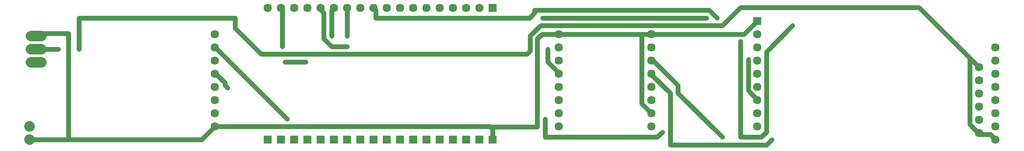
<source format=gbr>
G04 EAGLE Gerber RS-274X export*
G75*
%MOMM*%
%FSLAX34Y34*%
%LPD*%
%INTop Copper*%
%IPPOS*%
%AMOC8*
5,1,8,0,0,1.08239X$1,22.5*%
G01*
%ADD10R,1.616000X1.616000*%
%ADD11C,1.616000*%
%ADD12C,2.032000*%
%ADD13C,2.032000*%
%ADD14C,0.965200*%
%ADD15C,0.806400*%


D10*
X914400Y279400D03*
D11*
X889000Y279400D03*
X863600Y279400D03*
X838200Y279400D03*
X812800Y279400D03*
X787400Y279400D03*
X762000Y279400D03*
X736600Y279400D03*
X711200Y279400D03*
X685800Y279400D03*
X660400Y279400D03*
X635000Y279400D03*
X609600Y279400D03*
X584200Y279400D03*
X558800Y279400D03*
D10*
X482600Y25400D03*
X508000Y25400D03*
X533400Y25400D03*
X558800Y25400D03*
X584200Y25400D03*
X609600Y25400D03*
X635000Y25400D03*
X660400Y25400D03*
X685800Y25400D03*
X711200Y25400D03*
X736600Y25400D03*
X762000Y25400D03*
X787400Y25400D03*
X812800Y25400D03*
X838200Y25400D03*
X863600Y25400D03*
X889000Y25400D03*
X914400Y25400D03*
D11*
X533400Y279400D03*
X508000Y279400D03*
X482600Y279400D03*
X1879600Y203200D03*
X1879600Y177800D03*
X1879600Y152400D03*
X1879600Y127000D03*
X1879600Y101600D03*
X1879600Y76200D03*
X1879600Y50800D03*
X1879600Y25400D03*
D12*
X25400Y25400D03*
X25400Y50800D03*
D11*
X381000Y50800D03*
X381000Y76200D03*
X381000Y101600D03*
X381000Y127000D03*
X381000Y152400D03*
X381000Y177800D03*
X381000Y203200D03*
X381000Y228600D03*
X1041400Y50800D03*
X1041400Y76200D03*
X1041400Y101600D03*
X1041400Y127000D03*
X1041400Y152400D03*
X1041400Y177800D03*
X1041400Y203200D03*
X1041400Y228600D03*
X1219200Y50800D03*
X1219200Y76200D03*
X1219200Y101600D03*
X1219200Y127000D03*
X1219200Y152400D03*
X1219200Y177800D03*
X1219200Y203200D03*
X1219200Y228600D03*
D10*
X1422400Y254000D03*
D11*
X1422400Y228600D03*
X1422400Y203200D03*
X1422400Y152400D03*
X1422400Y127000D03*
X1422400Y101600D03*
X1422400Y76200D03*
X1422400Y50800D03*
X1422400Y177800D03*
X1847850Y38100D03*
X1847850Y63500D03*
X1847850Y88900D03*
X1847850Y114300D03*
X1847850Y139700D03*
X1847850Y165100D03*
D13*
X48260Y225400D02*
X27940Y225400D01*
X27940Y174600D02*
X48260Y174600D01*
X48260Y200000D02*
X27940Y200000D01*
D14*
X25400Y25400D02*
X100000Y25400D01*
X355600Y25400D01*
X381000Y50800D01*
X914400Y45600D02*
X914400Y25400D01*
X909200Y50800D02*
X381000Y50800D01*
X910000Y50000D02*
X914400Y45600D01*
X1008600Y228600D02*
X1041400Y228600D01*
X1008600Y228600D02*
X1000000Y220000D01*
X1000000Y50000D01*
X910000Y50000D01*
X909200Y50800D01*
X1041400Y228600D02*
X1200000Y228600D01*
X1219200Y228600D01*
X42700Y230000D02*
X38100Y225400D01*
X42700Y230000D02*
X100000Y230000D01*
X100000Y25400D01*
X1219200Y228600D02*
X1397000Y228600D01*
X1422400Y254000D01*
X1215000Y80000D02*
X1200000Y95000D01*
X1200000Y228600D01*
X1215000Y80000D02*
X1219200Y76200D01*
X635000Y225000D02*
X635000Y279400D01*
D15*
X635000Y225000D03*
D14*
X605000Y225000D02*
X605000Y275000D01*
X609600Y279400D01*
X1230000Y30000D02*
X1240000Y40000D01*
X1230000Y30000D02*
X1015000Y30000D01*
X1015000Y65000D01*
X405000Y125000D02*
X400000Y130000D01*
X400000Y135000D01*
X385000Y150000D01*
X381000Y152400D01*
D15*
X605000Y225000D03*
X1240000Y40000D03*
X1015000Y65000D03*
X405000Y125000D03*
D14*
X1405000Y120000D02*
X1420000Y105000D01*
X1405000Y120000D02*
X1405000Y180000D01*
X1325000Y260000D02*
X1010000Y260000D01*
X1420000Y105000D02*
X1422400Y101600D01*
D15*
X1405000Y180000D03*
X1325000Y260000D03*
X1010000Y260000D03*
X80000Y200000D03*
D14*
X38100Y200000D01*
D15*
X120000Y200000D03*
D14*
X120000Y260000D01*
X420000Y260000D01*
X420000Y240000D01*
X470000Y190000D01*
X980000Y190000D01*
X986538Y196538D01*
X986538Y225576D01*
X1355316Y245316D02*
X1390000Y280000D01*
X1006278Y245316D02*
X986538Y225576D01*
X1006278Y245316D02*
X1355316Y245316D01*
X1390000Y280000D02*
X1732950Y280000D01*
X1831475Y181475D01*
X1847850Y165100D01*
X1850000Y35000D02*
X1870000Y35000D01*
X1879600Y25400D01*
X1850000Y35000D02*
X1847850Y38100D01*
X1845000Y40000D02*
X1830000Y55000D01*
X1830000Y180000D01*
X1845000Y40000D02*
X1847850Y38100D01*
X1830000Y180000D02*
X1831475Y181475D01*
X1490000Y245000D02*
X1440000Y195000D01*
X1440000Y40000D01*
X1430000Y30000D01*
X1390000Y30000D01*
X1390000Y215000D01*
X1345000Y260000D02*
X1330000Y275000D01*
X995000Y275000D01*
X995000Y270000D01*
X985000Y260000D01*
X690000Y260000D01*
X690000Y275000D01*
X685800Y279400D01*
D15*
X1490000Y245000D03*
X1390000Y215000D03*
X1345000Y260000D03*
D14*
X510000Y275000D02*
X510000Y205000D01*
X515000Y175000D02*
X555000Y175000D01*
X510000Y275000D02*
X508000Y279400D01*
X1270000Y115000D02*
X1355000Y30000D01*
X1270000Y115000D02*
X1270000Y130000D01*
X1220000Y180000D01*
X1219200Y177800D01*
D15*
X510000Y205000D03*
X515000Y175000D03*
X555000Y175000D03*
X1355000Y30000D03*
D14*
X590000Y270000D02*
X585000Y275000D01*
X590000Y270000D02*
X590000Y220000D01*
X605000Y205000D01*
X635000Y205000D01*
X1020000Y200000D02*
X1020000Y175000D01*
X1040000Y155000D01*
X585000Y275000D02*
X584200Y279400D01*
X1040000Y155000D02*
X1041400Y152400D01*
X1440000Y15000D02*
X1450000Y25000D01*
X1440000Y15000D02*
X1255000Y15000D01*
X1255000Y115000D01*
X1220000Y150000D01*
X1219200Y152400D01*
D15*
X635000Y205000D03*
X1020000Y200000D03*
X1450000Y25000D03*
D14*
X520000Y65000D02*
X385000Y200000D01*
X381000Y203200D01*
D15*
X520000Y65000D03*
M02*

</source>
